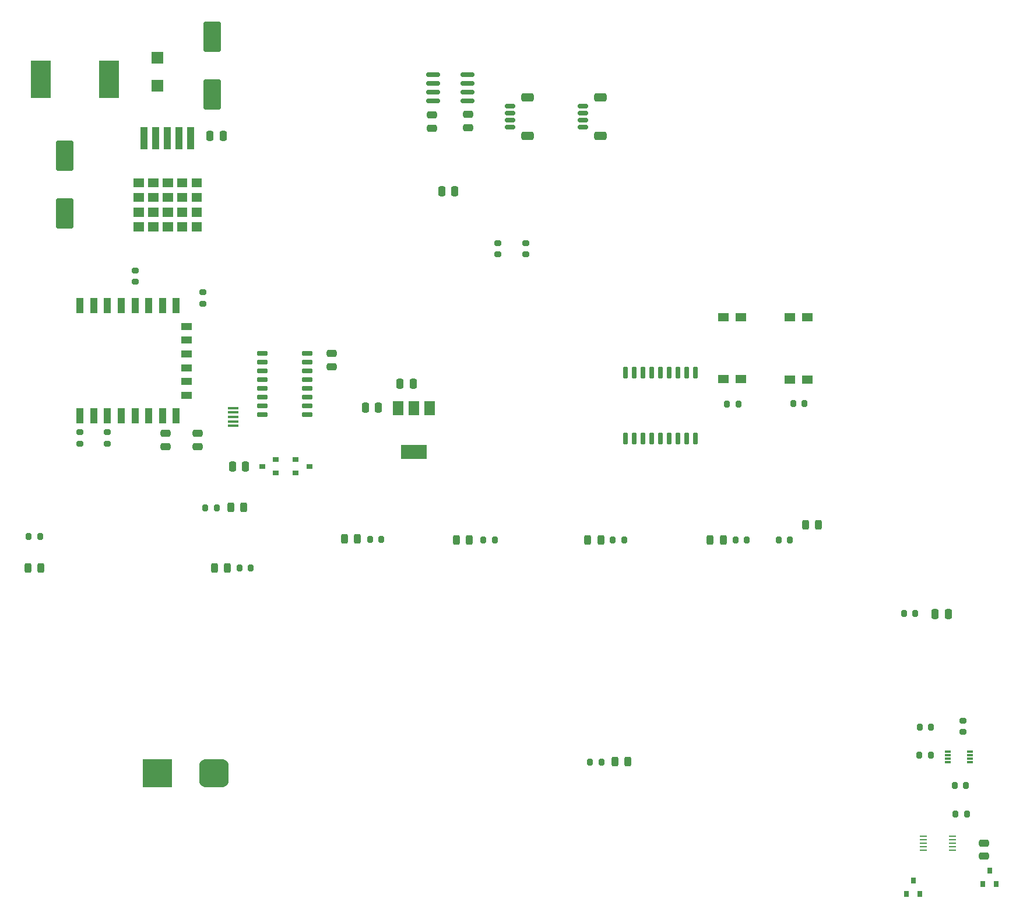
<source format=gbr>
%TF.GenerationSoftware,KiCad,Pcbnew,7.0.9*%
%TF.CreationDate,2024-05-20T07:51:08-06:00*%
%TF.ProjectId,RC11,52433131-2e6b-4696-9361-645f70636258,rev?*%
%TF.SameCoordinates,Original*%
%TF.FileFunction,Paste,Top*%
%TF.FilePolarity,Positive*%
%FSLAX46Y46*%
G04 Gerber Fmt 4.6, Leading zero omitted, Abs format (unit mm)*
G04 Created by KiCad (PCBNEW 7.0.9) date 2024-05-20 07:51:08*
%MOMM*%
%LPD*%
G01*
G04 APERTURE LIST*
G04 Aperture macros list*
%AMRoundRect*
0 Rectangle with rounded corners*
0 $1 Rounding radius*
0 $2 $3 $4 $5 $6 $7 $8 $9 X,Y pos of 4 corners*
0 Add a 4 corners polygon primitive as box body*
4,1,4,$2,$3,$4,$5,$6,$7,$8,$9,$2,$3,0*
0 Add four circle primitives for the rounded corners*
1,1,$1+$1,$2,$3*
1,1,$1+$1,$4,$5*
1,1,$1+$1,$6,$7*
1,1,$1+$1,$8,$9*
0 Add four rect primitives between the rounded corners*
20,1,$1+$1,$2,$3,$4,$5,0*
20,1,$1+$1,$4,$5,$6,$7,0*
20,1,$1+$1,$6,$7,$8,$9,0*
20,1,$1+$1,$8,$9,$2,$3,0*%
G04 Aperture macros list end*
%ADD10C,0.010000*%
%ADD11RoundRect,0.150000X-0.625000X0.150000X-0.625000X-0.150000X0.625000X-0.150000X0.625000X0.150000X0*%
%ADD12RoundRect,0.249999X-0.650001X0.350001X-0.650001X-0.350001X0.650001X-0.350001X0.650001X0.350001X0*%
%ADD13RoundRect,0.250000X0.250000X0.475000X-0.250000X0.475000X-0.250000X-0.475000X0.250000X-0.475000X0*%
%ADD14RoundRect,0.250000X-0.250000X-0.475000X0.250000X-0.475000X0.250000X0.475000X-0.250000X0.475000X0*%
%ADD15RoundRect,0.250000X1.000000X-1.950000X1.000000X1.950000X-1.000000X1.950000X-1.000000X-1.950000X0*%
%ADD16RoundRect,0.250000X-1.000000X1.950000X-1.000000X-1.950000X1.000000X-1.950000X1.000000X1.950000X0*%
%ADD17R,1.800000X1.800000*%
%ADD18R,1.500000X2.000000*%
%ADD19R,3.800000X2.000000*%
%ADD20R,1.050000X3.210000*%
%ADD21R,2.900000X5.400000*%
%ADD22RoundRect,0.150000X-0.150000X0.725000X-0.150000X-0.725000X0.150000X-0.725000X0.150000X0.725000X0*%
%ADD23RoundRect,0.200000X0.200000X0.275000X-0.200000X0.275000X-0.200000X-0.275000X0.200000X-0.275000X0*%
%ADD24RoundRect,0.200000X-0.200000X-0.275000X0.200000X-0.275000X0.200000X0.275000X-0.200000X0.275000X0*%
%ADD25R,1.500000X1.300000*%
%ADD26RoundRect,1.025000X-1.125000X1.025000X-1.125000X-1.025000X1.125000X-1.025000X1.125000X1.025000X0*%
%ADD27R,4.300000X4.100000*%
%ADD28RoundRect,0.243750X0.243750X0.456250X-0.243750X0.456250X-0.243750X-0.456250X0.243750X-0.456250X0*%
%ADD29RoundRect,0.243750X-0.243750X-0.456250X0.243750X-0.456250X0.243750X0.456250X-0.243750X0.456250X0*%
%ADD30RoundRect,0.250000X-0.475000X0.250000X-0.475000X-0.250000X0.475000X-0.250000X0.475000X0.250000X0*%
%ADD31R,1.500000X0.450000*%
%ADD32R,0.900000X0.800000*%
%ADD33RoundRect,0.200000X-0.275000X0.200000X-0.275000X-0.200000X0.275000X-0.200000X0.275000X0.200000X0*%
%ADD34RoundRect,0.200000X0.275000X-0.200000X0.275000X0.200000X-0.275000X0.200000X-0.275000X-0.200000X0*%
%ADD35R,1.000000X2.200000*%
%ADD36R,1.500000X1.000000*%
%ADD37RoundRect,0.150000X-0.650000X-0.150000X0.650000X-0.150000X0.650000X0.150000X-0.650000X0.150000X0*%
%ADD38R,0.800000X0.900000*%
%ADD39R,0.850000X0.300000*%
%ADD40RoundRect,0.250000X0.475000X-0.250000X0.475000X0.250000X-0.475000X0.250000X-0.475000X-0.250000X0*%
%ADD41R,1.100000X0.250000*%
%ADD42RoundRect,0.150000X0.825000X0.150000X-0.825000X0.150000X-0.825000X-0.150000X0.825000X-0.150000X0*%
G04 APERTURE END LIST*
%TO.C,IC2*%
D10*
X50467900Y-59494750D02*
X49047900Y-59494750D01*
X49047900Y-58234750D01*
X50467900Y-58234750D01*
X50467900Y-59494750D01*
G36*
X50467900Y-59494750D02*
G01*
X49047900Y-59494750D01*
X49047900Y-58234750D01*
X50467900Y-58234750D01*
X50467900Y-59494750D01*
G37*
X44137900Y-57374750D02*
X42717900Y-57374750D01*
X42717900Y-56114750D01*
X44137900Y-56114750D01*
X44137900Y-57374750D01*
G36*
X44137900Y-57374750D02*
G01*
X42717900Y-57374750D01*
X42717900Y-56114750D01*
X44137900Y-56114750D01*
X44137900Y-57374750D01*
G37*
X48357900Y-59494750D02*
X46937900Y-59494750D01*
X46937900Y-58234750D01*
X48357900Y-58234750D01*
X48357900Y-59494750D01*
G36*
X48357900Y-59494750D02*
G01*
X46937900Y-59494750D01*
X46937900Y-58234750D01*
X48357900Y-58234750D01*
X48357900Y-59494750D01*
G37*
X52577900Y-61614750D02*
X51157900Y-61614750D01*
X51157900Y-60354750D01*
X52577900Y-60354750D01*
X52577900Y-61614750D01*
G36*
X52577900Y-61614750D02*
G01*
X51157900Y-61614750D01*
X51157900Y-60354750D01*
X52577900Y-60354750D01*
X52577900Y-61614750D01*
G37*
X50467900Y-61614750D02*
X49047900Y-61614750D01*
X49047900Y-60354750D01*
X50467900Y-60354750D01*
X50467900Y-61614750D01*
G36*
X50467900Y-61614750D02*
G01*
X49047900Y-61614750D01*
X49047900Y-60354750D01*
X50467900Y-60354750D01*
X50467900Y-61614750D01*
G37*
X50467900Y-55254750D02*
X49047900Y-55254750D01*
X49047900Y-53994750D01*
X50467900Y-53994750D01*
X50467900Y-55254750D01*
G36*
X50467900Y-55254750D02*
G01*
X49047900Y-55254750D01*
X49047900Y-53994750D01*
X50467900Y-53994750D01*
X50467900Y-55254750D01*
G37*
X46247900Y-61614750D02*
X44827900Y-61614750D01*
X44827900Y-60354750D01*
X46247900Y-60354750D01*
X46247900Y-61614750D01*
G36*
X46247900Y-61614750D02*
G01*
X44827900Y-61614750D01*
X44827900Y-60354750D01*
X46247900Y-60354750D01*
X46247900Y-61614750D01*
G37*
X48357900Y-61614750D02*
X46937900Y-61614750D01*
X46937900Y-60354750D01*
X48357900Y-60354750D01*
X48357900Y-61614750D01*
G36*
X48357900Y-61614750D02*
G01*
X46937900Y-61614750D01*
X46937900Y-60354750D01*
X48357900Y-60354750D01*
X48357900Y-61614750D01*
G37*
X46247900Y-55254750D02*
X44827900Y-55254750D01*
X44827900Y-53994750D01*
X46247900Y-53994750D01*
X46247900Y-55254750D01*
G36*
X46247900Y-55254750D02*
G01*
X44827900Y-55254750D01*
X44827900Y-53994750D01*
X46247900Y-53994750D01*
X46247900Y-55254750D01*
G37*
X48357900Y-57374750D02*
X46937900Y-57374750D01*
X46937900Y-56114750D01*
X48357900Y-56114750D01*
X48357900Y-57374750D01*
G36*
X48357900Y-57374750D02*
G01*
X46937900Y-57374750D01*
X46937900Y-56114750D01*
X48357900Y-56114750D01*
X48357900Y-57374750D01*
G37*
X48357900Y-55254750D02*
X46937900Y-55254750D01*
X46937900Y-53994750D01*
X48357900Y-53994750D01*
X48357900Y-55254750D01*
G36*
X48357900Y-55254750D02*
G01*
X46937900Y-55254750D01*
X46937900Y-53994750D01*
X48357900Y-53994750D01*
X48357900Y-55254750D01*
G37*
X52577900Y-57374750D02*
X51157900Y-57374750D01*
X51157900Y-56114750D01*
X52577900Y-56114750D01*
X52577900Y-57374750D01*
G36*
X52577900Y-57374750D02*
G01*
X51157900Y-57374750D01*
X51157900Y-56114750D01*
X52577900Y-56114750D01*
X52577900Y-57374750D01*
G37*
X44137900Y-55254750D02*
X42717900Y-55254750D01*
X42717900Y-53994750D01*
X44137900Y-53994750D01*
X44137900Y-55254750D01*
G36*
X44137900Y-55254750D02*
G01*
X42717900Y-55254750D01*
X42717900Y-53994750D01*
X44137900Y-53994750D01*
X44137900Y-55254750D01*
G37*
X46247900Y-59494750D02*
X44827900Y-59494750D01*
X44827900Y-58234750D01*
X46247900Y-58234750D01*
X46247900Y-59494750D01*
G36*
X46247900Y-59494750D02*
G01*
X44827900Y-59494750D01*
X44827900Y-58234750D01*
X46247900Y-58234750D01*
X46247900Y-59494750D01*
G37*
X52577900Y-55254750D02*
X51157900Y-55254750D01*
X51157900Y-53994750D01*
X52577900Y-53994750D01*
X52577900Y-55254750D01*
G36*
X52577900Y-55254750D02*
G01*
X51157900Y-55254750D01*
X51157900Y-53994750D01*
X52577900Y-53994750D01*
X52577900Y-55254750D01*
G37*
X52577900Y-59494750D02*
X51157900Y-59494750D01*
X51157900Y-58234750D01*
X52577900Y-58234750D01*
X52577900Y-59494750D01*
G36*
X52577900Y-59494750D02*
G01*
X51157900Y-59494750D01*
X51157900Y-58234750D01*
X52577900Y-58234750D01*
X52577900Y-59494750D01*
G37*
X44137900Y-61614750D02*
X42717900Y-61614750D01*
X42717900Y-60354750D01*
X44137900Y-60354750D01*
X44137900Y-61614750D01*
G36*
X44137900Y-61614750D02*
G01*
X42717900Y-61614750D01*
X42717900Y-60354750D01*
X44137900Y-60354750D01*
X44137900Y-61614750D01*
G37*
X46247900Y-57374750D02*
X44827900Y-57374750D01*
X44827900Y-56114750D01*
X46247900Y-56114750D01*
X46247900Y-57374750D01*
G36*
X46247900Y-57374750D02*
G01*
X44827900Y-57374750D01*
X44827900Y-56114750D01*
X46247900Y-56114750D01*
X46247900Y-57374750D01*
G37*
X44137900Y-59494750D02*
X42717900Y-59494750D01*
X42717900Y-58234750D01*
X44137900Y-58234750D01*
X44137900Y-59494750D01*
G36*
X44137900Y-59494750D02*
G01*
X42717900Y-59494750D01*
X42717900Y-58234750D01*
X44137900Y-58234750D01*
X44137900Y-59494750D01*
G37*
X50467900Y-57374750D02*
X49047900Y-57374750D01*
X49047900Y-56114750D01*
X50467900Y-56114750D01*
X50467900Y-57374750D01*
G36*
X50467900Y-57374750D02*
G01*
X49047900Y-57374750D01*
X49047900Y-56114750D01*
X50467900Y-56114750D01*
X50467900Y-57374750D01*
G37*
%TD*%
D11*
%TO.C,J2*%
X107996600Y-43559600D03*
X107996600Y-44559600D03*
X107996600Y-45559600D03*
X107996600Y-46559600D03*
D12*
X110521600Y-47859600D03*
X110521600Y-42259600D03*
%TD*%
D11*
%TO.C,J3*%
X97394600Y-43559600D03*
X97394600Y-44559600D03*
X97394600Y-45559600D03*
X97394600Y-46559600D03*
D12*
X99919600Y-47859600D03*
X99919600Y-42259600D03*
%TD*%
D13*
%TO.C,C1*%
X83347600Y-83830200D03*
X81447600Y-83830200D03*
%TD*%
%TO.C,C2*%
X78308200Y-87325200D03*
X76408200Y-87325200D03*
%TD*%
D14*
%TO.C,C3*%
X53822600Y-47879000D03*
X55722600Y-47879000D03*
%TD*%
D15*
%TO.C,C4*%
X54163000Y-41868200D03*
X54163000Y-33468200D03*
%TD*%
D16*
%TO.C,C5*%
X32700000Y-50689400D03*
X32700000Y-59089400D03*
%TD*%
D17*
%TO.C,D2*%
X46187400Y-40531800D03*
X46187400Y-36531800D03*
%TD*%
D18*
%TO.C,IC1*%
X85728600Y-87414800D03*
X83428600Y-87414800D03*
X81128600Y-87414800D03*
D19*
X83428600Y-93714800D03*
%TD*%
D20*
%TO.C,IC2*%
X51047900Y-48174750D03*
X49347900Y-48174750D03*
X47647900Y-48174750D03*
X45947900Y-48174750D03*
X44247900Y-48174750D03*
%TD*%
D21*
%TO.C,L1*%
X39163800Y-39649400D03*
X29263800Y-39649400D03*
%TD*%
D22*
%TO.C,U3*%
X124307600Y-82255600D03*
X123037600Y-82255600D03*
X121767600Y-82255600D03*
X120497600Y-82255600D03*
X119227600Y-82255600D03*
X117957600Y-82255600D03*
X116687600Y-82255600D03*
X115417600Y-82255600D03*
X114147600Y-82255600D03*
X114147600Y-91805600D03*
X115417600Y-91805600D03*
X116687600Y-91805600D03*
X117957600Y-91805600D03*
X119227600Y-91805600D03*
X120497600Y-91805600D03*
X121767600Y-91805600D03*
X123037600Y-91805600D03*
X124307600Y-91805600D03*
%TD*%
D14*
%TO.C,C8*%
X159156400Y-117246400D03*
X161056400Y-117246400D03*
%TD*%
%TO.C,C6*%
X87492800Y-55915600D03*
X89392800Y-55915600D03*
%TD*%
D23*
%TO.C,R11*%
X156262800Y-117195600D03*
X154612800Y-117195600D03*
%TD*%
D24*
%TO.C,R1*%
X128936000Y-86827400D03*
X130586000Y-86827400D03*
%TD*%
%TO.C,R2*%
X138562600Y-86725800D03*
X140212600Y-86725800D03*
%TD*%
D25*
%TO.C,U1*%
X128389400Y-83199400D03*
X130929400Y-83199400D03*
X130929400Y-74199400D03*
X128389400Y-74199400D03*
%TD*%
%TO.C,U2*%
X138041400Y-83224800D03*
X140581400Y-83224800D03*
X140581400Y-74224800D03*
X138041400Y-74224800D03*
%TD*%
D26*
%TO.C,D1*%
X54417400Y-140411200D03*
D27*
X46217400Y-140411200D03*
%TD*%
D28*
%TO.C,D3*%
X58747900Y-101762600D03*
X56872900Y-101762600D03*
%TD*%
D29*
%TO.C,D4*%
X54485300Y-110576400D03*
X56360300Y-110576400D03*
%TD*%
%TO.C,D5*%
X73332100Y-106360000D03*
X75207100Y-106360000D03*
%TD*%
%TO.C,D6*%
X89588100Y-106563200D03*
X91463100Y-106563200D03*
%TD*%
%TO.C,D7*%
X108714300Y-106537800D03*
X110589300Y-106537800D03*
%TD*%
%TO.C,D8*%
X126494300Y-106512400D03*
X128369300Y-106512400D03*
%TD*%
%TO.C,D9*%
X140311900Y-104302600D03*
X142186900Y-104302600D03*
%TD*%
D28*
%TO.C,D10*%
X114526300Y-138719600D03*
X112651300Y-138719600D03*
%TD*%
D24*
%TO.C,R3*%
X53150000Y-101864200D03*
X54800000Y-101864200D03*
%TD*%
D23*
%TO.C,R4*%
X59778400Y-110576400D03*
X58128400Y-110576400D03*
%TD*%
%TO.C,R5*%
X78726800Y-106410800D03*
X77076800Y-106410800D03*
%TD*%
%TO.C,R6*%
X95211400Y-106563200D03*
X93561400Y-106563200D03*
%TD*%
%TO.C,R7*%
X114007400Y-106537800D03*
X112357400Y-106537800D03*
%TD*%
%TO.C,R8*%
X131812800Y-106512400D03*
X130162800Y-106512400D03*
%TD*%
D24*
%TO.C,R9*%
X136411200Y-106568800D03*
X138061200Y-106568800D03*
%TD*%
%TO.C,R10*%
X109042200Y-138795800D03*
X110692200Y-138795800D03*
%TD*%
D30*
%TO.C,C7*%
X52070000Y-91048800D03*
X52070000Y-92948800D03*
%TD*%
%TO.C,C9*%
X47371000Y-91074200D03*
X47371000Y-92974200D03*
%TD*%
%TO.C,C30*%
X71501000Y-79466400D03*
X71501000Y-81366400D03*
%TD*%
D13*
%TO.C,C31*%
X58978800Y-95834200D03*
X57078800Y-95834200D03*
%TD*%
D31*
%TO.C,J9*%
X57179400Y-87371400D03*
X57179400Y-88021400D03*
X57179400Y-88671400D03*
X57179400Y-89321400D03*
X57179400Y-89971400D03*
%TD*%
D32*
%TO.C,Q1*%
X63397600Y-96784200D03*
X63397600Y-94884200D03*
X61397600Y-95834200D03*
%TD*%
%TO.C,Q2*%
X66274400Y-94884200D03*
X66274400Y-96784200D03*
X68274400Y-95834200D03*
%TD*%
D33*
%TO.C,R14*%
X34925000Y-90869000D03*
X34925000Y-92519000D03*
%TD*%
%TO.C,R15*%
X38938200Y-90869000D03*
X38938200Y-92519000D03*
%TD*%
%TO.C,R16*%
X42951400Y-67399400D03*
X42951400Y-69049400D03*
%TD*%
D34*
%TO.C,R17*%
X52755800Y-72212200D03*
X52755800Y-70562200D03*
%TD*%
D35*
%TO.C,U4*%
X34944400Y-88519000D03*
X36944400Y-88519000D03*
X38944400Y-88519000D03*
X40944400Y-88519000D03*
X42944400Y-88519000D03*
X44944400Y-88519000D03*
X46944400Y-88519000D03*
X48944400Y-88519000D03*
D36*
X50444400Y-85519000D03*
X50444400Y-83519000D03*
X50444400Y-81519000D03*
X50444400Y-79519000D03*
X50444400Y-77519000D03*
X50444400Y-75519000D03*
D35*
X48944400Y-72519000D03*
X46944400Y-72519000D03*
X44944400Y-72519000D03*
X42944400Y-72519000D03*
X40944400Y-72519000D03*
X38944400Y-72519000D03*
X36944400Y-72519000D03*
X34944400Y-72519000D03*
%TD*%
D37*
%TO.C,U8*%
X61459000Y-79425800D03*
X61459000Y-80695800D03*
X61459000Y-81965800D03*
X61459000Y-83235800D03*
X61459000Y-84505800D03*
X61459000Y-85775800D03*
X61459000Y-87045800D03*
X61459000Y-88315800D03*
X67959000Y-88315800D03*
X67959000Y-87045800D03*
X67959000Y-85775800D03*
X67959000Y-84505800D03*
X67959000Y-83235800D03*
X67959000Y-81965800D03*
X67959000Y-80695800D03*
X67959000Y-79425800D03*
%TD*%
D33*
%TO.C,R12*%
X99720400Y-63411600D03*
X99720400Y-65061600D03*
%TD*%
%TO.C,R13*%
X95605600Y-63411600D03*
X95605600Y-65061600D03*
%TD*%
D38*
%TO.C,D11*%
X166105800Y-156509000D03*
X168005800Y-156509000D03*
X167055800Y-154509000D03*
%TD*%
D39*
%TO.C,IC3*%
X161035800Y-137283800D03*
X161035800Y-137783800D03*
X161035800Y-138283800D03*
X161035800Y-138783800D03*
X164185800Y-138783800D03*
X164185800Y-138283800D03*
X164185800Y-137783800D03*
X164185800Y-137283800D03*
%TD*%
D24*
%TO.C,R18*%
X162141400Y-146288800D03*
X163791400Y-146288800D03*
%TD*%
%TO.C,R19*%
X162014400Y-142148600D03*
X163664400Y-142148600D03*
%TD*%
D33*
%TO.C,R20*%
X163169600Y-132763800D03*
X163169600Y-134413800D03*
%TD*%
D23*
%TO.C,R21*%
X158559000Y-133665000D03*
X156909000Y-133665000D03*
%TD*%
%TO.C,R22*%
X158533600Y-137805200D03*
X156883600Y-137805200D03*
%TD*%
D38*
%TO.C,D12*%
X155031400Y-157931400D03*
X156931400Y-157931400D03*
X155981400Y-155931400D03*
%TD*%
D40*
%TO.C,C11*%
X166268400Y-152420400D03*
X166268400Y-150520400D03*
%TD*%
D41*
%TO.C,U6*%
X157412800Y-149530600D03*
X157412800Y-150030600D03*
X157412800Y-150530600D03*
X157412800Y-151030600D03*
X157412800Y-151530600D03*
X161712800Y-151530600D03*
X161712800Y-151030600D03*
X161712800Y-150530600D03*
X161712800Y-150030600D03*
X161712800Y-149530600D03*
%TD*%
D40*
%TO.C,C16*%
X91287600Y-46644600D03*
X91287600Y-44744600D03*
%TD*%
D30*
%TO.C,C17*%
X86055200Y-44846200D03*
X86055200Y-46746200D03*
%TD*%
D42*
%TO.C,U9*%
X91197200Y-42748200D03*
X91197200Y-41478200D03*
X91197200Y-40208200D03*
X91197200Y-38938200D03*
X86247200Y-38938200D03*
X86247200Y-40208200D03*
X86247200Y-41478200D03*
X86247200Y-42748200D03*
%TD*%
D29*
%TO.C,D13*%
X27360400Y-110591600D03*
X29235400Y-110591600D03*
%TD*%
D23*
%TO.C,R23*%
X29146000Y-105994200D03*
X27496000Y-105994200D03*
%TD*%
M02*

</source>
